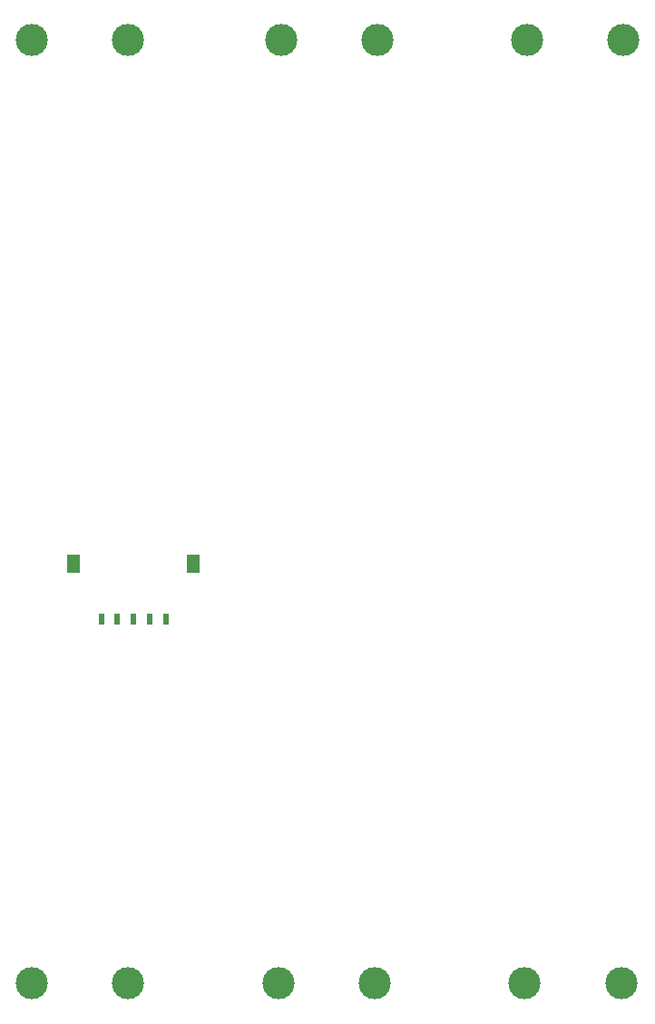
<source format=gbr>
%TF.GenerationSoftware,KiCad,Pcbnew,(5.1.10)-1*%
%TF.CreationDate,2022-05-08T17:12:19-07:00*%
%TF.ProjectId,solar-panel-side-XY,736f6c61-722d-4706-916e-656c2d736964,1.0*%
%TF.SameCoordinates,Original*%
%TF.FileFunction,Soldermask,Bot*%
%TF.FilePolarity,Negative*%
%FSLAX46Y46*%
G04 Gerber Fmt 4.6, Leading zero omitted, Abs format (unit mm)*
G04 Created by KiCad (PCBNEW (5.1.10)-1) date 2022-05-08 17:12:19*
%MOMM*%
%LPD*%
G01*
G04 APERTURE LIST*
%ADD10R,1.250000X1.800000*%
%ADD11R,0.600000X1.000000*%
%ADD12C,3.000000*%
G04 APERTURE END LIST*
D10*
%TO.C,J1*%
X132104999Y-119560000D03*
X120895001Y-119560000D03*
D11*
X129500001Y-124750000D03*
X128000001Y-124750000D03*
X126499999Y-124750000D03*
X125000000Y-124750000D03*
X123500000Y-124750000D03*
%TD*%
D12*
%TO.C,SC6*%
X172250000Y-70750000D03*
X163250000Y-70750000D03*
%TD*%
%TO.C,SC5*%
X163000000Y-158750000D03*
X172000000Y-158750000D03*
%TD*%
%TO.C,SC4*%
X149250000Y-70750000D03*
X140250000Y-70750000D03*
%TD*%
%TO.C,SC3*%
X140000000Y-158750000D03*
X149000000Y-158750000D03*
%TD*%
%TO.C,SC2*%
X126000000Y-70750000D03*
X117000000Y-70750000D03*
%TD*%
%TO.C,SC1*%
X117000000Y-158750000D03*
X126000000Y-158750000D03*
%TD*%
M02*

</source>
